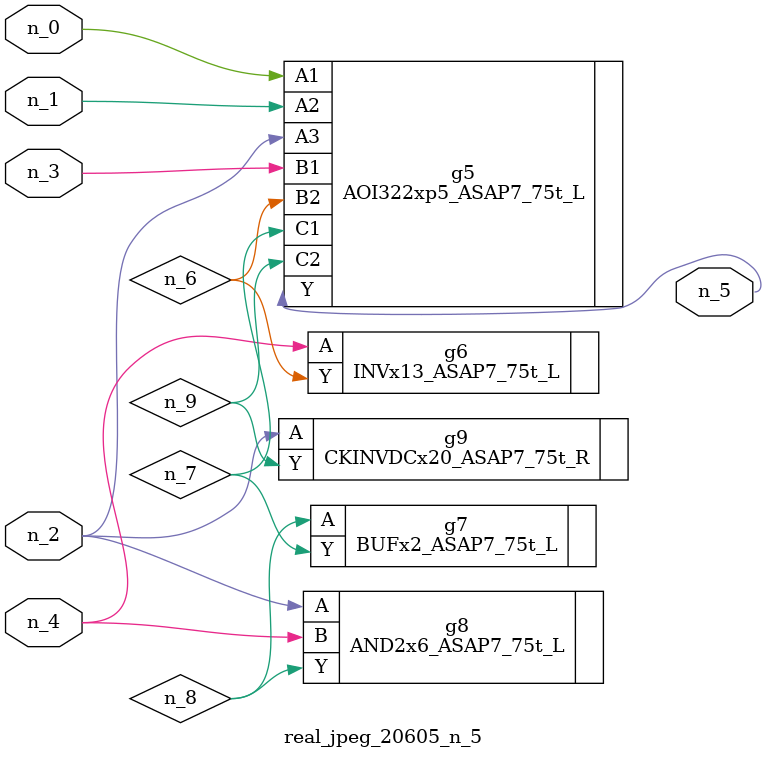
<source format=v>
module real_jpeg_20605_n_5 (n_4, n_0, n_1, n_2, n_3, n_5);

input n_4;
input n_0;
input n_1;
input n_2;
input n_3;

output n_5;

wire n_8;
wire n_6;
wire n_7;
wire n_9;

AOI322xp5_ASAP7_75t_L g5 ( 
.A1(n_0),
.A2(n_1),
.A3(n_2),
.B1(n_3),
.B2(n_6),
.C1(n_7),
.C2(n_9),
.Y(n_5)
);

AND2x6_ASAP7_75t_L g8 ( 
.A(n_2),
.B(n_4),
.Y(n_8)
);

CKINVDCx20_ASAP7_75t_R g9 ( 
.A(n_2),
.Y(n_9)
);

INVx13_ASAP7_75t_L g6 ( 
.A(n_4),
.Y(n_6)
);

BUFx2_ASAP7_75t_L g7 ( 
.A(n_8),
.Y(n_7)
);


endmodule
</source>
